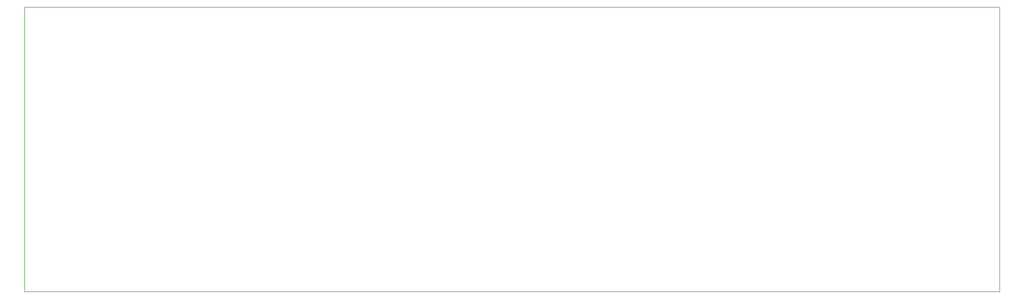
<source format=gbr>
%TF.GenerationSoftware,KiCad,Pcbnew,8.0.5*%
%TF.CreationDate,2024-10-04T12:50:49+02:00*%
%TF.ProjectId,Solderable_breadboard,536f6c64-6572-4616-926c-655f62726561,rev?*%
%TF.SameCoordinates,Original*%
%TF.FileFunction,Profile,NP*%
%FSLAX46Y46*%
G04 Gerber Fmt 4.6, Leading zero omitted, Abs format (unit mm)*
G04 Created by KiCad (PCBNEW 8.0.5) date 2024-10-04 12:50:49*
%MOMM*%
%LPD*%
G01*
G04 APERTURE LIST*
%TA.AperFunction,Profile*%
%ADD10C,0.050000*%
%TD*%
G04 APERTURE END LIST*
D10*
X38100000Y-30480000D02*
X203200000Y-30480000D01*
X203200000Y-78740000D01*
X38100000Y-78740000D01*
X38100000Y-30480000D01*
M02*

</source>
